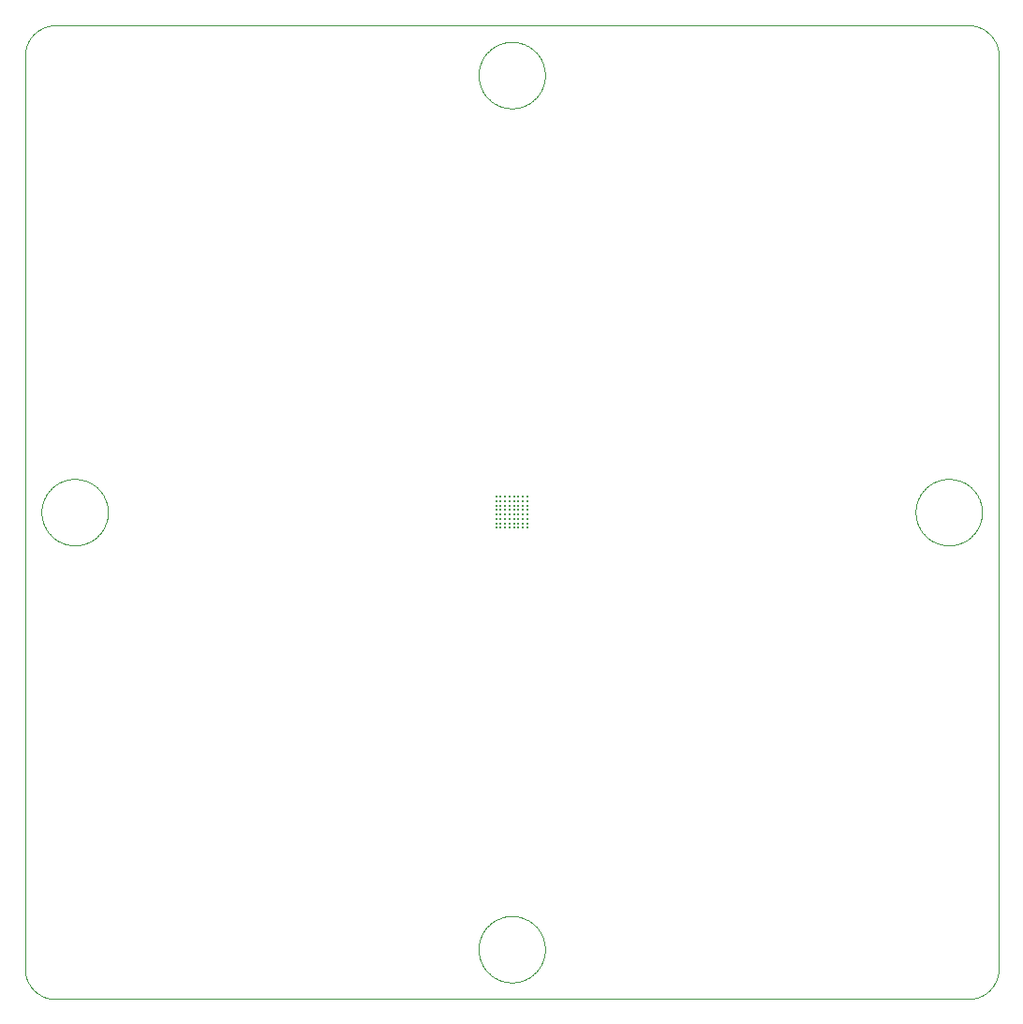
<source format=gtp>
G75*
%MOIN*%
%OFA0B0*%
%FSLAX25Y25*%
%IPPOS*%
%LPD*%
%AMOC8*
5,1,8,0,0,1.08239X$1,22.5*
%
%ADD10C,0.00394*%
%ADD11C,0.01142*%
D10*
X0024819Y0035567D02*
X0024819Y0035685D01*
X0024819Y0360409D01*
X0024822Y0360672D01*
X0024832Y0360934D01*
X0024848Y0361196D01*
X0024870Y0361458D01*
X0024898Y0361719D01*
X0024933Y0361979D01*
X0024974Y0362238D01*
X0025021Y0362497D01*
X0025075Y0362754D01*
X0025135Y0363009D01*
X0025201Y0363264D01*
X0025273Y0363516D01*
X0025351Y0363767D01*
X0025435Y0364016D01*
X0025525Y0364262D01*
X0025621Y0364507D01*
X0025723Y0364748D01*
X0025831Y0364988D01*
X0025944Y0365225D01*
X0026064Y0365459D01*
X0026188Y0365690D01*
X0026319Y0365918D01*
X0026455Y0366142D01*
X0026596Y0366364D01*
X0026742Y0366582D01*
X0026894Y0366796D01*
X0027051Y0367006D01*
X0027213Y0367213D01*
X0027380Y0367416D01*
X0027552Y0367614D01*
X0027728Y0367809D01*
X0027909Y0367999D01*
X0028095Y0368185D01*
X0028285Y0368366D01*
X0028480Y0368542D01*
X0028678Y0368714D01*
X0028881Y0368881D01*
X0029088Y0369043D01*
X0029298Y0369200D01*
X0029512Y0369352D01*
X0029730Y0369498D01*
X0029952Y0369639D01*
X0030176Y0369775D01*
X0030404Y0369906D01*
X0030635Y0370030D01*
X0030869Y0370150D01*
X0031106Y0370263D01*
X0031346Y0370371D01*
X0031587Y0370473D01*
X0031832Y0370569D01*
X0032078Y0370659D01*
X0032327Y0370743D01*
X0032578Y0370821D01*
X0032830Y0370893D01*
X0033085Y0370959D01*
X0033340Y0371019D01*
X0033597Y0371073D01*
X0033856Y0371120D01*
X0034115Y0371161D01*
X0034375Y0371196D01*
X0034636Y0371224D01*
X0034898Y0371246D01*
X0035160Y0371262D01*
X0035422Y0371272D01*
X0035685Y0371275D01*
X0035685Y0371276D02*
X0360409Y0371315D01*
X0360672Y0371312D01*
X0360934Y0371302D01*
X0361196Y0371286D01*
X0361458Y0371264D01*
X0361719Y0371236D01*
X0361979Y0371201D01*
X0362238Y0371160D01*
X0362497Y0371113D01*
X0362754Y0371059D01*
X0363009Y0370999D01*
X0363264Y0370933D01*
X0363516Y0370861D01*
X0363767Y0370783D01*
X0364016Y0370699D01*
X0364262Y0370609D01*
X0364507Y0370513D01*
X0364748Y0370411D01*
X0364988Y0370303D01*
X0365225Y0370190D01*
X0365459Y0370070D01*
X0365690Y0369946D01*
X0365918Y0369815D01*
X0366142Y0369679D01*
X0366364Y0369538D01*
X0366582Y0369392D01*
X0366796Y0369240D01*
X0367006Y0369083D01*
X0367213Y0368921D01*
X0367416Y0368754D01*
X0367614Y0368582D01*
X0367809Y0368406D01*
X0367999Y0368225D01*
X0368185Y0368039D01*
X0368366Y0367849D01*
X0368542Y0367654D01*
X0368714Y0367456D01*
X0368881Y0367253D01*
X0369043Y0367046D01*
X0369200Y0366836D01*
X0369352Y0366622D01*
X0369498Y0366404D01*
X0369639Y0366182D01*
X0369775Y0365958D01*
X0369906Y0365730D01*
X0370030Y0365499D01*
X0370150Y0365265D01*
X0370263Y0365028D01*
X0370371Y0364788D01*
X0370473Y0364547D01*
X0370569Y0364302D01*
X0370659Y0364056D01*
X0370743Y0363807D01*
X0370821Y0363556D01*
X0370893Y0363304D01*
X0370959Y0363049D01*
X0371019Y0362794D01*
X0371073Y0362537D01*
X0371120Y0362278D01*
X0371161Y0362019D01*
X0371196Y0361759D01*
X0371224Y0361498D01*
X0371246Y0361236D01*
X0371262Y0360974D01*
X0371272Y0360712D01*
X0371275Y0360449D01*
X0371276Y0360449D02*
X0371276Y0035685D01*
X0371275Y0035685D02*
X0371272Y0035422D01*
X0371262Y0035160D01*
X0371246Y0034898D01*
X0371224Y0034636D01*
X0371196Y0034375D01*
X0371161Y0034115D01*
X0371120Y0033856D01*
X0371073Y0033597D01*
X0371019Y0033340D01*
X0370959Y0033085D01*
X0370893Y0032830D01*
X0370821Y0032578D01*
X0370743Y0032327D01*
X0370659Y0032078D01*
X0370569Y0031832D01*
X0370473Y0031587D01*
X0370371Y0031346D01*
X0370263Y0031106D01*
X0370150Y0030869D01*
X0370030Y0030635D01*
X0369906Y0030404D01*
X0369775Y0030176D01*
X0369639Y0029952D01*
X0369498Y0029730D01*
X0369352Y0029512D01*
X0369200Y0029298D01*
X0369043Y0029088D01*
X0368881Y0028881D01*
X0368714Y0028678D01*
X0368542Y0028480D01*
X0368366Y0028285D01*
X0368185Y0028095D01*
X0367999Y0027909D01*
X0367809Y0027728D01*
X0367614Y0027552D01*
X0367416Y0027380D01*
X0367213Y0027213D01*
X0367006Y0027051D01*
X0366796Y0026894D01*
X0366582Y0026742D01*
X0366364Y0026596D01*
X0366142Y0026455D01*
X0365918Y0026319D01*
X0365690Y0026188D01*
X0365459Y0026064D01*
X0365225Y0025944D01*
X0364988Y0025831D01*
X0364748Y0025723D01*
X0364507Y0025621D01*
X0364262Y0025525D01*
X0364016Y0025435D01*
X0363767Y0025351D01*
X0363516Y0025273D01*
X0363264Y0025201D01*
X0363009Y0025135D01*
X0362754Y0025075D01*
X0362497Y0025021D01*
X0362238Y0024974D01*
X0361979Y0024933D01*
X0361719Y0024898D01*
X0361458Y0024870D01*
X0361196Y0024848D01*
X0360934Y0024832D01*
X0360672Y0024822D01*
X0360409Y0024819D01*
X0035685Y0024819D01*
X0035422Y0024822D01*
X0035160Y0024832D01*
X0034898Y0024848D01*
X0034636Y0024870D01*
X0034375Y0024898D01*
X0034115Y0024933D01*
X0033856Y0024974D01*
X0033597Y0025021D01*
X0033340Y0025075D01*
X0033085Y0025135D01*
X0032830Y0025201D01*
X0032578Y0025273D01*
X0032327Y0025351D01*
X0032078Y0025435D01*
X0031832Y0025525D01*
X0031587Y0025621D01*
X0031346Y0025723D01*
X0031106Y0025831D01*
X0030869Y0025944D01*
X0030635Y0026064D01*
X0030404Y0026188D01*
X0030176Y0026319D01*
X0029952Y0026455D01*
X0029730Y0026596D01*
X0029512Y0026742D01*
X0029298Y0026894D01*
X0029088Y0027051D01*
X0028881Y0027213D01*
X0028678Y0027380D01*
X0028480Y0027552D01*
X0028285Y0027728D01*
X0028095Y0027909D01*
X0027909Y0028095D01*
X0027728Y0028285D01*
X0027552Y0028480D01*
X0027380Y0028678D01*
X0027213Y0028881D01*
X0027051Y0029088D01*
X0026894Y0029298D01*
X0026742Y0029512D01*
X0026596Y0029730D01*
X0026455Y0029952D01*
X0026319Y0030176D01*
X0026188Y0030404D01*
X0026064Y0030635D01*
X0025944Y0030869D01*
X0025831Y0031106D01*
X0025723Y0031346D01*
X0025621Y0031587D01*
X0025525Y0031832D01*
X0025435Y0032078D01*
X0025351Y0032327D01*
X0025273Y0032578D01*
X0025201Y0032830D01*
X0025135Y0033085D01*
X0025075Y0033340D01*
X0025021Y0033597D01*
X0024974Y0033856D01*
X0024933Y0034115D01*
X0024898Y0034375D01*
X0024870Y0034636D01*
X0024848Y0034898D01*
X0024832Y0035160D01*
X0024822Y0035422D01*
X0024819Y0035685D01*
X0030724Y0198047D02*
X0030728Y0198337D01*
X0030738Y0198627D01*
X0030756Y0198916D01*
X0030781Y0199205D01*
X0030813Y0199493D01*
X0030852Y0199780D01*
X0030898Y0200066D01*
X0030951Y0200351D01*
X0031011Y0200635D01*
X0031078Y0200917D01*
X0031152Y0201197D01*
X0031233Y0201476D01*
X0031320Y0201752D01*
X0031414Y0202026D01*
X0031515Y0202298D01*
X0031623Y0202567D01*
X0031737Y0202833D01*
X0031858Y0203097D01*
X0031985Y0203357D01*
X0032119Y0203615D01*
X0032258Y0203869D01*
X0032404Y0204119D01*
X0032556Y0204366D01*
X0032715Y0204609D01*
X0032879Y0204848D01*
X0033048Y0205083D01*
X0033224Y0205314D01*
X0033405Y0205540D01*
X0033592Y0205762D01*
X0033784Y0205979D01*
X0033981Y0206191D01*
X0034183Y0206399D01*
X0034391Y0206601D01*
X0034603Y0206798D01*
X0034820Y0206990D01*
X0035042Y0207177D01*
X0035268Y0207358D01*
X0035499Y0207534D01*
X0035734Y0207703D01*
X0035973Y0207867D01*
X0036216Y0208026D01*
X0036463Y0208178D01*
X0036713Y0208324D01*
X0036967Y0208463D01*
X0037225Y0208597D01*
X0037485Y0208724D01*
X0037749Y0208845D01*
X0038015Y0208959D01*
X0038284Y0209067D01*
X0038556Y0209168D01*
X0038830Y0209262D01*
X0039106Y0209349D01*
X0039385Y0209430D01*
X0039665Y0209504D01*
X0039947Y0209571D01*
X0040231Y0209631D01*
X0040516Y0209684D01*
X0040802Y0209730D01*
X0041089Y0209769D01*
X0041377Y0209801D01*
X0041666Y0209826D01*
X0041955Y0209844D01*
X0042245Y0209854D01*
X0042535Y0209858D01*
X0042825Y0209854D01*
X0043115Y0209844D01*
X0043404Y0209826D01*
X0043693Y0209801D01*
X0043981Y0209769D01*
X0044268Y0209730D01*
X0044554Y0209684D01*
X0044839Y0209631D01*
X0045123Y0209571D01*
X0045405Y0209504D01*
X0045685Y0209430D01*
X0045964Y0209349D01*
X0046240Y0209262D01*
X0046514Y0209168D01*
X0046786Y0209067D01*
X0047055Y0208959D01*
X0047321Y0208845D01*
X0047585Y0208724D01*
X0047845Y0208597D01*
X0048103Y0208463D01*
X0048357Y0208324D01*
X0048607Y0208178D01*
X0048854Y0208026D01*
X0049097Y0207867D01*
X0049336Y0207703D01*
X0049571Y0207534D01*
X0049802Y0207358D01*
X0050028Y0207177D01*
X0050250Y0206990D01*
X0050467Y0206798D01*
X0050679Y0206601D01*
X0050887Y0206399D01*
X0051089Y0206191D01*
X0051286Y0205979D01*
X0051478Y0205762D01*
X0051665Y0205540D01*
X0051846Y0205314D01*
X0052022Y0205083D01*
X0052191Y0204848D01*
X0052355Y0204609D01*
X0052514Y0204366D01*
X0052666Y0204119D01*
X0052812Y0203869D01*
X0052951Y0203615D01*
X0053085Y0203357D01*
X0053212Y0203097D01*
X0053333Y0202833D01*
X0053447Y0202567D01*
X0053555Y0202298D01*
X0053656Y0202026D01*
X0053750Y0201752D01*
X0053837Y0201476D01*
X0053918Y0201197D01*
X0053992Y0200917D01*
X0054059Y0200635D01*
X0054119Y0200351D01*
X0054172Y0200066D01*
X0054218Y0199780D01*
X0054257Y0199493D01*
X0054289Y0199205D01*
X0054314Y0198916D01*
X0054332Y0198627D01*
X0054342Y0198337D01*
X0054346Y0198047D01*
X0054342Y0197757D01*
X0054332Y0197467D01*
X0054314Y0197178D01*
X0054289Y0196889D01*
X0054257Y0196601D01*
X0054218Y0196314D01*
X0054172Y0196028D01*
X0054119Y0195743D01*
X0054059Y0195459D01*
X0053992Y0195177D01*
X0053918Y0194897D01*
X0053837Y0194618D01*
X0053750Y0194342D01*
X0053656Y0194068D01*
X0053555Y0193796D01*
X0053447Y0193527D01*
X0053333Y0193261D01*
X0053212Y0192997D01*
X0053085Y0192737D01*
X0052951Y0192479D01*
X0052812Y0192225D01*
X0052666Y0191975D01*
X0052514Y0191728D01*
X0052355Y0191485D01*
X0052191Y0191246D01*
X0052022Y0191011D01*
X0051846Y0190780D01*
X0051665Y0190554D01*
X0051478Y0190332D01*
X0051286Y0190115D01*
X0051089Y0189903D01*
X0050887Y0189695D01*
X0050679Y0189493D01*
X0050467Y0189296D01*
X0050250Y0189104D01*
X0050028Y0188917D01*
X0049802Y0188736D01*
X0049571Y0188560D01*
X0049336Y0188391D01*
X0049097Y0188227D01*
X0048854Y0188068D01*
X0048607Y0187916D01*
X0048357Y0187770D01*
X0048103Y0187631D01*
X0047845Y0187497D01*
X0047585Y0187370D01*
X0047321Y0187249D01*
X0047055Y0187135D01*
X0046786Y0187027D01*
X0046514Y0186926D01*
X0046240Y0186832D01*
X0045964Y0186745D01*
X0045685Y0186664D01*
X0045405Y0186590D01*
X0045123Y0186523D01*
X0044839Y0186463D01*
X0044554Y0186410D01*
X0044268Y0186364D01*
X0043981Y0186325D01*
X0043693Y0186293D01*
X0043404Y0186268D01*
X0043115Y0186250D01*
X0042825Y0186240D01*
X0042535Y0186236D01*
X0042245Y0186240D01*
X0041955Y0186250D01*
X0041666Y0186268D01*
X0041377Y0186293D01*
X0041089Y0186325D01*
X0040802Y0186364D01*
X0040516Y0186410D01*
X0040231Y0186463D01*
X0039947Y0186523D01*
X0039665Y0186590D01*
X0039385Y0186664D01*
X0039106Y0186745D01*
X0038830Y0186832D01*
X0038556Y0186926D01*
X0038284Y0187027D01*
X0038015Y0187135D01*
X0037749Y0187249D01*
X0037485Y0187370D01*
X0037225Y0187497D01*
X0036967Y0187631D01*
X0036713Y0187770D01*
X0036463Y0187916D01*
X0036216Y0188068D01*
X0035973Y0188227D01*
X0035734Y0188391D01*
X0035499Y0188560D01*
X0035268Y0188736D01*
X0035042Y0188917D01*
X0034820Y0189104D01*
X0034603Y0189296D01*
X0034391Y0189493D01*
X0034183Y0189695D01*
X0033981Y0189903D01*
X0033784Y0190115D01*
X0033592Y0190332D01*
X0033405Y0190554D01*
X0033224Y0190780D01*
X0033048Y0191011D01*
X0032879Y0191246D01*
X0032715Y0191485D01*
X0032556Y0191728D01*
X0032404Y0191975D01*
X0032258Y0192225D01*
X0032119Y0192479D01*
X0031985Y0192737D01*
X0031858Y0192997D01*
X0031737Y0193261D01*
X0031623Y0193527D01*
X0031515Y0193796D01*
X0031414Y0194068D01*
X0031320Y0194342D01*
X0031233Y0194618D01*
X0031152Y0194897D01*
X0031078Y0195177D01*
X0031011Y0195459D01*
X0030951Y0195743D01*
X0030898Y0196028D01*
X0030852Y0196314D01*
X0030813Y0196601D01*
X0030781Y0196889D01*
X0030756Y0197178D01*
X0030738Y0197467D01*
X0030728Y0197757D01*
X0030724Y0198047D01*
X0186236Y0042535D02*
X0186240Y0042825D01*
X0186250Y0043115D01*
X0186268Y0043404D01*
X0186293Y0043693D01*
X0186325Y0043981D01*
X0186364Y0044268D01*
X0186410Y0044554D01*
X0186463Y0044839D01*
X0186523Y0045123D01*
X0186590Y0045405D01*
X0186664Y0045685D01*
X0186745Y0045964D01*
X0186832Y0046240D01*
X0186926Y0046514D01*
X0187027Y0046786D01*
X0187135Y0047055D01*
X0187249Y0047321D01*
X0187370Y0047585D01*
X0187497Y0047845D01*
X0187631Y0048103D01*
X0187770Y0048357D01*
X0187916Y0048607D01*
X0188068Y0048854D01*
X0188227Y0049097D01*
X0188391Y0049336D01*
X0188560Y0049571D01*
X0188736Y0049802D01*
X0188917Y0050028D01*
X0189104Y0050250D01*
X0189296Y0050467D01*
X0189493Y0050679D01*
X0189695Y0050887D01*
X0189903Y0051089D01*
X0190115Y0051286D01*
X0190332Y0051478D01*
X0190554Y0051665D01*
X0190780Y0051846D01*
X0191011Y0052022D01*
X0191246Y0052191D01*
X0191485Y0052355D01*
X0191728Y0052514D01*
X0191975Y0052666D01*
X0192225Y0052812D01*
X0192479Y0052951D01*
X0192737Y0053085D01*
X0192997Y0053212D01*
X0193261Y0053333D01*
X0193527Y0053447D01*
X0193796Y0053555D01*
X0194068Y0053656D01*
X0194342Y0053750D01*
X0194618Y0053837D01*
X0194897Y0053918D01*
X0195177Y0053992D01*
X0195459Y0054059D01*
X0195743Y0054119D01*
X0196028Y0054172D01*
X0196314Y0054218D01*
X0196601Y0054257D01*
X0196889Y0054289D01*
X0197178Y0054314D01*
X0197467Y0054332D01*
X0197757Y0054342D01*
X0198047Y0054346D01*
X0198337Y0054342D01*
X0198627Y0054332D01*
X0198916Y0054314D01*
X0199205Y0054289D01*
X0199493Y0054257D01*
X0199780Y0054218D01*
X0200066Y0054172D01*
X0200351Y0054119D01*
X0200635Y0054059D01*
X0200917Y0053992D01*
X0201197Y0053918D01*
X0201476Y0053837D01*
X0201752Y0053750D01*
X0202026Y0053656D01*
X0202298Y0053555D01*
X0202567Y0053447D01*
X0202833Y0053333D01*
X0203097Y0053212D01*
X0203357Y0053085D01*
X0203615Y0052951D01*
X0203869Y0052812D01*
X0204119Y0052666D01*
X0204366Y0052514D01*
X0204609Y0052355D01*
X0204848Y0052191D01*
X0205083Y0052022D01*
X0205314Y0051846D01*
X0205540Y0051665D01*
X0205762Y0051478D01*
X0205979Y0051286D01*
X0206191Y0051089D01*
X0206399Y0050887D01*
X0206601Y0050679D01*
X0206798Y0050467D01*
X0206990Y0050250D01*
X0207177Y0050028D01*
X0207358Y0049802D01*
X0207534Y0049571D01*
X0207703Y0049336D01*
X0207867Y0049097D01*
X0208026Y0048854D01*
X0208178Y0048607D01*
X0208324Y0048357D01*
X0208463Y0048103D01*
X0208597Y0047845D01*
X0208724Y0047585D01*
X0208845Y0047321D01*
X0208959Y0047055D01*
X0209067Y0046786D01*
X0209168Y0046514D01*
X0209262Y0046240D01*
X0209349Y0045964D01*
X0209430Y0045685D01*
X0209504Y0045405D01*
X0209571Y0045123D01*
X0209631Y0044839D01*
X0209684Y0044554D01*
X0209730Y0044268D01*
X0209769Y0043981D01*
X0209801Y0043693D01*
X0209826Y0043404D01*
X0209844Y0043115D01*
X0209854Y0042825D01*
X0209858Y0042535D01*
X0209854Y0042245D01*
X0209844Y0041955D01*
X0209826Y0041666D01*
X0209801Y0041377D01*
X0209769Y0041089D01*
X0209730Y0040802D01*
X0209684Y0040516D01*
X0209631Y0040231D01*
X0209571Y0039947D01*
X0209504Y0039665D01*
X0209430Y0039385D01*
X0209349Y0039106D01*
X0209262Y0038830D01*
X0209168Y0038556D01*
X0209067Y0038284D01*
X0208959Y0038015D01*
X0208845Y0037749D01*
X0208724Y0037485D01*
X0208597Y0037225D01*
X0208463Y0036967D01*
X0208324Y0036713D01*
X0208178Y0036463D01*
X0208026Y0036216D01*
X0207867Y0035973D01*
X0207703Y0035734D01*
X0207534Y0035499D01*
X0207358Y0035268D01*
X0207177Y0035042D01*
X0206990Y0034820D01*
X0206798Y0034603D01*
X0206601Y0034391D01*
X0206399Y0034183D01*
X0206191Y0033981D01*
X0205979Y0033784D01*
X0205762Y0033592D01*
X0205540Y0033405D01*
X0205314Y0033224D01*
X0205083Y0033048D01*
X0204848Y0032879D01*
X0204609Y0032715D01*
X0204366Y0032556D01*
X0204119Y0032404D01*
X0203869Y0032258D01*
X0203615Y0032119D01*
X0203357Y0031985D01*
X0203097Y0031858D01*
X0202833Y0031737D01*
X0202567Y0031623D01*
X0202298Y0031515D01*
X0202026Y0031414D01*
X0201752Y0031320D01*
X0201476Y0031233D01*
X0201197Y0031152D01*
X0200917Y0031078D01*
X0200635Y0031011D01*
X0200351Y0030951D01*
X0200066Y0030898D01*
X0199780Y0030852D01*
X0199493Y0030813D01*
X0199205Y0030781D01*
X0198916Y0030756D01*
X0198627Y0030738D01*
X0198337Y0030728D01*
X0198047Y0030724D01*
X0197757Y0030728D01*
X0197467Y0030738D01*
X0197178Y0030756D01*
X0196889Y0030781D01*
X0196601Y0030813D01*
X0196314Y0030852D01*
X0196028Y0030898D01*
X0195743Y0030951D01*
X0195459Y0031011D01*
X0195177Y0031078D01*
X0194897Y0031152D01*
X0194618Y0031233D01*
X0194342Y0031320D01*
X0194068Y0031414D01*
X0193796Y0031515D01*
X0193527Y0031623D01*
X0193261Y0031737D01*
X0192997Y0031858D01*
X0192737Y0031985D01*
X0192479Y0032119D01*
X0192225Y0032258D01*
X0191975Y0032404D01*
X0191728Y0032556D01*
X0191485Y0032715D01*
X0191246Y0032879D01*
X0191011Y0033048D01*
X0190780Y0033224D01*
X0190554Y0033405D01*
X0190332Y0033592D01*
X0190115Y0033784D01*
X0189903Y0033981D01*
X0189695Y0034183D01*
X0189493Y0034391D01*
X0189296Y0034603D01*
X0189104Y0034820D01*
X0188917Y0035042D01*
X0188736Y0035268D01*
X0188560Y0035499D01*
X0188391Y0035734D01*
X0188227Y0035973D01*
X0188068Y0036216D01*
X0187916Y0036463D01*
X0187770Y0036713D01*
X0187631Y0036967D01*
X0187497Y0037225D01*
X0187370Y0037485D01*
X0187249Y0037749D01*
X0187135Y0038015D01*
X0187027Y0038284D01*
X0186926Y0038556D01*
X0186832Y0038830D01*
X0186745Y0039106D01*
X0186664Y0039385D01*
X0186590Y0039665D01*
X0186523Y0039947D01*
X0186463Y0040231D01*
X0186410Y0040516D01*
X0186364Y0040802D01*
X0186325Y0041089D01*
X0186293Y0041377D01*
X0186268Y0041666D01*
X0186250Y0041955D01*
X0186240Y0042245D01*
X0186236Y0042535D01*
X0341748Y0198047D02*
X0341752Y0198337D01*
X0341762Y0198627D01*
X0341780Y0198916D01*
X0341805Y0199205D01*
X0341837Y0199493D01*
X0341876Y0199780D01*
X0341922Y0200066D01*
X0341975Y0200351D01*
X0342035Y0200635D01*
X0342102Y0200917D01*
X0342176Y0201197D01*
X0342257Y0201476D01*
X0342344Y0201752D01*
X0342438Y0202026D01*
X0342539Y0202298D01*
X0342647Y0202567D01*
X0342761Y0202833D01*
X0342882Y0203097D01*
X0343009Y0203357D01*
X0343143Y0203615D01*
X0343282Y0203869D01*
X0343428Y0204119D01*
X0343580Y0204366D01*
X0343739Y0204609D01*
X0343903Y0204848D01*
X0344072Y0205083D01*
X0344248Y0205314D01*
X0344429Y0205540D01*
X0344616Y0205762D01*
X0344808Y0205979D01*
X0345005Y0206191D01*
X0345207Y0206399D01*
X0345415Y0206601D01*
X0345627Y0206798D01*
X0345844Y0206990D01*
X0346066Y0207177D01*
X0346292Y0207358D01*
X0346523Y0207534D01*
X0346758Y0207703D01*
X0346997Y0207867D01*
X0347240Y0208026D01*
X0347487Y0208178D01*
X0347737Y0208324D01*
X0347991Y0208463D01*
X0348249Y0208597D01*
X0348509Y0208724D01*
X0348773Y0208845D01*
X0349039Y0208959D01*
X0349308Y0209067D01*
X0349580Y0209168D01*
X0349854Y0209262D01*
X0350130Y0209349D01*
X0350409Y0209430D01*
X0350689Y0209504D01*
X0350971Y0209571D01*
X0351255Y0209631D01*
X0351540Y0209684D01*
X0351826Y0209730D01*
X0352113Y0209769D01*
X0352401Y0209801D01*
X0352690Y0209826D01*
X0352979Y0209844D01*
X0353269Y0209854D01*
X0353559Y0209858D01*
X0353849Y0209854D01*
X0354139Y0209844D01*
X0354428Y0209826D01*
X0354717Y0209801D01*
X0355005Y0209769D01*
X0355292Y0209730D01*
X0355578Y0209684D01*
X0355863Y0209631D01*
X0356147Y0209571D01*
X0356429Y0209504D01*
X0356709Y0209430D01*
X0356988Y0209349D01*
X0357264Y0209262D01*
X0357538Y0209168D01*
X0357810Y0209067D01*
X0358079Y0208959D01*
X0358345Y0208845D01*
X0358609Y0208724D01*
X0358869Y0208597D01*
X0359127Y0208463D01*
X0359381Y0208324D01*
X0359631Y0208178D01*
X0359878Y0208026D01*
X0360121Y0207867D01*
X0360360Y0207703D01*
X0360595Y0207534D01*
X0360826Y0207358D01*
X0361052Y0207177D01*
X0361274Y0206990D01*
X0361491Y0206798D01*
X0361703Y0206601D01*
X0361911Y0206399D01*
X0362113Y0206191D01*
X0362310Y0205979D01*
X0362502Y0205762D01*
X0362689Y0205540D01*
X0362870Y0205314D01*
X0363046Y0205083D01*
X0363215Y0204848D01*
X0363379Y0204609D01*
X0363538Y0204366D01*
X0363690Y0204119D01*
X0363836Y0203869D01*
X0363975Y0203615D01*
X0364109Y0203357D01*
X0364236Y0203097D01*
X0364357Y0202833D01*
X0364471Y0202567D01*
X0364579Y0202298D01*
X0364680Y0202026D01*
X0364774Y0201752D01*
X0364861Y0201476D01*
X0364942Y0201197D01*
X0365016Y0200917D01*
X0365083Y0200635D01*
X0365143Y0200351D01*
X0365196Y0200066D01*
X0365242Y0199780D01*
X0365281Y0199493D01*
X0365313Y0199205D01*
X0365338Y0198916D01*
X0365356Y0198627D01*
X0365366Y0198337D01*
X0365370Y0198047D01*
X0365366Y0197757D01*
X0365356Y0197467D01*
X0365338Y0197178D01*
X0365313Y0196889D01*
X0365281Y0196601D01*
X0365242Y0196314D01*
X0365196Y0196028D01*
X0365143Y0195743D01*
X0365083Y0195459D01*
X0365016Y0195177D01*
X0364942Y0194897D01*
X0364861Y0194618D01*
X0364774Y0194342D01*
X0364680Y0194068D01*
X0364579Y0193796D01*
X0364471Y0193527D01*
X0364357Y0193261D01*
X0364236Y0192997D01*
X0364109Y0192737D01*
X0363975Y0192479D01*
X0363836Y0192225D01*
X0363690Y0191975D01*
X0363538Y0191728D01*
X0363379Y0191485D01*
X0363215Y0191246D01*
X0363046Y0191011D01*
X0362870Y0190780D01*
X0362689Y0190554D01*
X0362502Y0190332D01*
X0362310Y0190115D01*
X0362113Y0189903D01*
X0361911Y0189695D01*
X0361703Y0189493D01*
X0361491Y0189296D01*
X0361274Y0189104D01*
X0361052Y0188917D01*
X0360826Y0188736D01*
X0360595Y0188560D01*
X0360360Y0188391D01*
X0360121Y0188227D01*
X0359878Y0188068D01*
X0359631Y0187916D01*
X0359381Y0187770D01*
X0359127Y0187631D01*
X0358869Y0187497D01*
X0358609Y0187370D01*
X0358345Y0187249D01*
X0358079Y0187135D01*
X0357810Y0187027D01*
X0357538Y0186926D01*
X0357264Y0186832D01*
X0356988Y0186745D01*
X0356709Y0186664D01*
X0356429Y0186590D01*
X0356147Y0186523D01*
X0355863Y0186463D01*
X0355578Y0186410D01*
X0355292Y0186364D01*
X0355005Y0186325D01*
X0354717Y0186293D01*
X0354428Y0186268D01*
X0354139Y0186250D01*
X0353849Y0186240D01*
X0353559Y0186236D01*
X0353269Y0186240D01*
X0352979Y0186250D01*
X0352690Y0186268D01*
X0352401Y0186293D01*
X0352113Y0186325D01*
X0351826Y0186364D01*
X0351540Y0186410D01*
X0351255Y0186463D01*
X0350971Y0186523D01*
X0350689Y0186590D01*
X0350409Y0186664D01*
X0350130Y0186745D01*
X0349854Y0186832D01*
X0349580Y0186926D01*
X0349308Y0187027D01*
X0349039Y0187135D01*
X0348773Y0187249D01*
X0348509Y0187370D01*
X0348249Y0187497D01*
X0347991Y0187631D01*
X0347737Y0187770D01*
X0347487Y0187916D01*
X0347240Y0188068D01*
X0346997Y0188227D01*
X0346758Y0188391D01*
X0346523Y0188560D01*
X0346292Y0188736D01*
X0346066Y0188917D01*
X0345844Y0189104D01*
X0345627Y0189296D01*
X0345415Y0189493D01*
X0345207Y0189695D01*
X0345005Y0189903D01*
X0344808Y0190115D01*
X0344616Y0190332D01*
X0344429Y0190554D01*
X0344248Y0190780D01*
X0344072Y0191011D01*
X0343903Y0191246D01*
X0343739Y0191485D01*
X0343580Y0191728D01*
X0343428Y0191975D01*
X0343282Y0192225D01*
X0343143Y0192479D01*
X0343009Y0192737D01*
X0342882Y0192997D01*
X0342761Y0193261D01*
X0342647Y0193527D01*
X0342539Y0193796D01*
X0342438Y0194068D01*
X0342344Y0194342D01*
X0342257Y0194618D01*
X0342176Y0194897D01*
X0342102Y0195177D01*
X0342035Y0195459D01*
X0341975Y0195743D01*
X0341922Y0196028D01*
X0341876Y0196314D01*
X0341837Y0196601D01*
X0341805Y0196889D01*
X0341780Y0197178D01*
X0341762Y0197467D01*
X0341752Y0197757D01*
X0341748Y0198047D01*
X0186236Y0353559D02*
X0186240Y0353849D01*
X0186250Y0354139D01*
X0186268Y0354428D01*
X0186293Y0354717D01*
X0186325Y0355005D01*
X0186364Y0355292D01*
X0186410Y0355578D01*
X0186463Y0355863D01*
X0186523Y0356147D01*
X0186590Y0356429D01*
X0186664Y0356709D01*
X0186745Y0356988D01*
X0186832Y0357264D01*
X0186926Y0357538D01*
X0187027Y0357810D01*
X0187135Y0358079D01*
X0187249Y0358345D01*
X0187370Y0358609D01*
X0187497Y0358869D01*
X0187631Y0359127D01*
X0187770Y0359381D01*
X0187916Y0359631D01*
X0188068Y0359878D01*
X0188227Y0360121D01*
X0188391Y0360360D01*
X0188560Y0360595D01*
X0188736Y0360826D01*
X0188917Y0361052D01*
X0189104Y0361274D01*
X0189296Y0361491D01*
X0189493Y0361703D01*
X0189695Y0361911D01*
X0189903Y0362113D01*
X0190115Y0362310D01*
X0190332Y0362502D01*
X0190554Y0362689D01*
X0190780Y0362870D01*
X0191011Y0363046D01*
X0191246Y0363215D01*
X0191485Y0363379D01*
X0191728Y0363538D01*
X0191975Y0363690D01*
X0192225Y0363836D01*
X0192479Y0363975D01*
X0192737Y0364109D01*
X0192997Y0364236D01*
X0193261Y0364357D01*
X0193527Y0364471D01*
X0193796Y0364579D01*
X0194068Y0364680D01*
X0194342Y0364774D01*
X0194618Y0364861D01*
X0194897Y0364942D01*
X0195177Y0365016D01*
X0195459Y0365083D01*
X0195743Y0365143D01*
X0196028Y0365196D01*
X0196314Y0365242D01*
X0196601Y0365281D01*
X0196889Y0365313D01*
X0197178Y0365338D01*
X0197467Y0365356D01*
X0197757Y0365366D01*
X0198047Y0365370D01*
X0198337Y0365366D01*
X0198627Y0365356D01*
X0198916Y0365338D01*
X0199205Y0365313D01*
X0199493Y0365281D01*
X0199780Y0365242D01*
X0200066Y0365196D01*
X0200351Y0365143D01*
X0200635Y0365083D01*
X0200917Y0365016D01*
X0201197Y0364942D01*
X0201476Y0364861D01*
X0201752Y0364774D01*
X0202026Y0364680D01*
X0202298Y0364579D01*
X0202567Y0364471D01*
X0202833Y0364357D01*
X0203097Y0364236D01*
X0203357Y0364109D01*
X0203615Y0363975D01*
X0203869Y0363836D01*
X0204119Y0363690D01*
X0204366Y0363538D01*
X0204609Y0363379D01*
X0204848Y0363215D01*
X0205083Y0363046D01*
X0205314Y0362870D01*
X0205540Y0362689D01*
X0205762Y0362502D01*
X0205979Y0362310D01*
X0206191Y0362113D01*
X0206399Y0361911D01*
X0206601Y0361703D01*
X0206798Y0361491D01*
X0206990Y0361274D01*
X0207177Y0361052D01*
X0207358Y0360826D01*
X0207534Y0360595D01*
X0207703Y0360360D01*
X0207867Y0360121D01*
X0208026Y0359878D01*
X0208178Y0359631D01*
X0208324Y0359381D01*
X0208463Y0359127D01*
X0208597Y0358869D01*
X0208724Y0358609D01*
X0208845Y0358345D01*
X0208959Y0358079D01*
X0209067Y0357810D01*
X0209168Y0357538D01*
X0209262Y0357264D01*
X0209349Y0356988D01*
X0209430Y0356709D01*
X0209504Y0356429D01*
X0209571Y0356147D01*
X0209631Y0355863D01*
X0209684Y0355578D01*
X0209730Y0355292D01*
X0209769Y0355005D01*
X0209801Y0354717D01*
X0209826Y0354428D01*
X0209844Y0354139D01*
X0209854Y0353849D01*
X0209858Y0353559D01*
X0209854Y0353269D01*
X0209844Y0352979D01*
X0209826Y0352690D01*
X0209801Y0352401D01*
X0209769Y0352113D01*
X0209730Y0351826D01*
X0209684Y0351540D01*
X0209631Y0351255D01*
X0209571Y0350971D01*
X0209504Y0350689D01*
X0209430Y0350409D01*
X0209349Y0350130D01*
X0209262Y0349854D01*
X0209168Y0349580D01*
X0209067Y0349308D01*
X0208959Y0349039D01*
X0208845Y0348773D01*
X0208724Y0348509D01*
X0208597Y0348249D01*
X0208463Y0347991D01*
X0208324Y0347737D01*
X0208178Y0347487D01*
X0208026Y0347240D01*
X0207867Y0346997D01*
X0207703Y0346758D01*
X0207534Y0346523D01*
X0207358Y0346292D01*
X0207177Y0346066D01*
X0206990Y0345844D01*
X0206798Y0345627D01*
X0206601Y0345415D01*
X0206399Y0345207D01*
X0206191Y0345005D01*
X0205979Y0344808D01*
X0205762Y0344616D01*
X0205540Y0344429D01*
X0205314Y0344248D01*
X0205083Y0344072D01*
X0204848Y0343903D01*
X0204609Y0343739D01*
X0204366Y0343580D01*
X0204119Y0343428D01*
X0203869Y0343282D01*
X0203615Y0343143D01*
X0203357Y0343009D01*
X0203097Y0342882D01*
X0202833Y0342761D01*
X0202567Y0342647D01*
X0202298Y0342539D01*
X0202026Y0342438D01*
X0201752Y0342344D01*
X0201476Y0342257D01*
X0201197Y0342176D01*
X0200917Y0342102D01*
X0200635Y0342035D01*
X0200351Y0341975D01*
X0200066Y0341922D01*
X0199780Y0341876D01*
X0199493Y0341837D01*
X0199205Y0341805D01*
X0198916Y0341780D01*
X0198627Y0341762D01*
X0198337Y0341752D01*
X0198047Y0341748D01*
X0197757Y0341752D01*
X0197467Y0341762D01*
X0197178Y0341780D01*
X0196889Y0341805D01*
X0196601Y0341837D01*
X0196314Y0341876D01*
X0196028Y0341922D01*
X0195743Y0341975D01*
X0195459Y0342035D01*
X0195177Y0342102D01*
X0194897Y0342176D01*
X0194618Y0342257D01*
X0194342Y0342344D01*
X0194068Y0342438D01*
X0193796Y0342539D01*
X0193527Y0342647D01*
X0193261Y0342761D01*
X0192997Y0342882D01*
X0192737Y0343009D01*
X0192479Y0343143D01*
X0192225Y0343282D01*
X0191975Y0343428D01*
X0191728Y0343580D01*
X0191485Y0343739D01*
X0191246Y0343903D01*
X0191011Y0344072D01*
X0190780Y0344248D01*
X0190554Y0344429D01*
X0190332Y0344616D01*
X0190115Y0344808D01*
X0189903Y0345005D01*
X0189695Y0345207D01*
X0189493Y0345415D01*
X0189296Y0345627D01*
X0189104Y0345844D01*
X0188917Y0346066D01*
X0188736Y0346292D01*
X0188560Y0346523D01*
X0188391Y0346758D01*
X0188227Y0346997D01*
X0188068Y0347240D01*
X0187916Y0347487D01*
X0187770Y0347737D01*
X0187631Y0347991D01*
X0187497Y0348249D01*
X0187370Y0348509D01*
X0187249Y0348773D01*
X0187135Y0349039D01*
X0187027Y0349308D01*
X0186926Y0349580D01*
X0186832Y0349854D01*
X0186745Y0350130D01*
X0186664Y0350409D01*
X0186590Y0350689D01*
X0186523Y0350971D01*
X0186463Y0351255D01*
X0186410Y0351540D01*
X0186364Y0351826D01*
X0186325Y0352113D01*
X0186293Y0352401D01*
X0186268Y0352690D01*
X0186250Y0352979D01*
X0186240Y0353269D01*
X0186236Y0353559D01*
D11*
X0192535Y0203559D03*
X0192535Y0201984D03*
X0192535Y0200409D03*
X0192535Y0198835D03*
X0192535Y0197260D03*
X0192535Y0195685D03*
X0192535Y0194110D03*
X0192535Y0192535D03*
X0194110Y0192535D03*
X0195685Y0192535D03*
X0197260Y0192535D03*
X0198835Y0192535D03*
X0200409Y0192535D03*
X0200409Y0194110D03*
X0198835Y0194110D03*
X0198835Y0195685D03*
X0200409Y0195685D03*
X0200409Y0197260D03*
X0198835Y0197260D03*
X0198835Y0198835D03*
X0200409Y0198835D03*
X0200409Y0200409D03*
X0198835Y0200409D03*
X0197260Y0200409D03*
X0197260Y0198835D03*
X0195685Y0198835D03*
X0195685Y0200409D03*
X0194110Y0200409D03*
X0194110Y0198835D03*
X0194110Y0197260D03*
X0194110Y0195685D03*
X0194110Y0194110D03*
X0195685Y0194110D03*
X0197260Y0194110D03*
X0197260Y0195685D03*
X0197260Y0197260D03*
X0195685Y0197260D03*
X0195685Y0195685D03*
X0195685Y0201984D03*
X0194110Y0201984D03*
X0194110Y0203559D03*
X0195685Y0203559D03*
X0197260Y0203559D03*
X0198835Y0203559D03*
X0200409Y0203559D03*
X0200409Y0201984D03*
X0198835Y0201984D03*
X0197260Y0201984D03*
X0201984Y0201984D03*
X0201984Y0200409D03*
X0201984Y0198835D03*
X0203559Y0198835D03*
X0203559Y0200409D03*
X0203559Y0201984D03*
X0203559Y0203559D03*
X0201984Y0203559D03*
X0201984Y0197260D03*
X0201984Y0195685D03*
X0201984Y0194110D03*
X0201984Y0192535D03*
X0203559Y0192535D03*
X0203559Y0194110D03*
X0203559Y0195685D03*
X0203559Y0197260D03*
M02*

</source>
